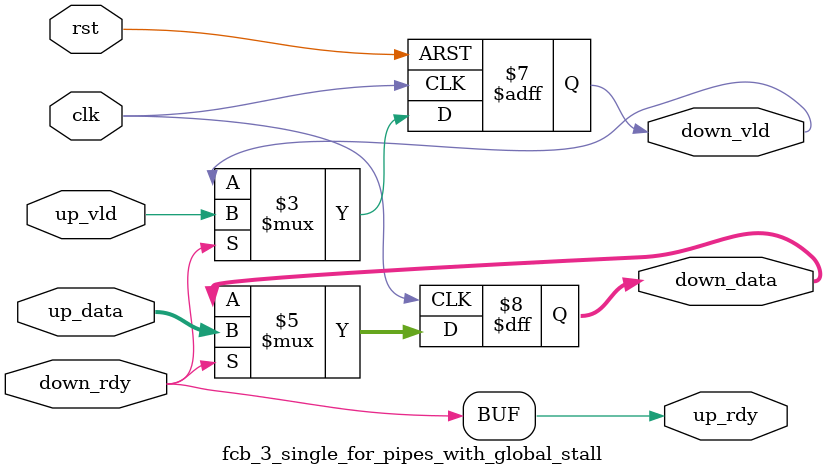
<source format=sv>

module fcb_3_single_for_pipes_with_global_stall
# (
    parameter w = 0
)
(
    input                  clk,
    input                  rst,

    input                  up_vld,
    output                 up_rdy,
    input        [w - 1:0] up_data,

    output logic           down_vld,
    input                  down_rdy,
    output logic [w - 1:0] down_data
);

    always_ff @ (posedge clk)
        if (up_rdy)
            down_data <= up_data;

    always_ff @ (posedge clk or posedge rst)
        if (rst)
            down_vld <= 1'b0;
        else if (up_rdy)
            down_vld <= up_vld;

    assign up_rdy = down_rdy;

endmodule

</source>
